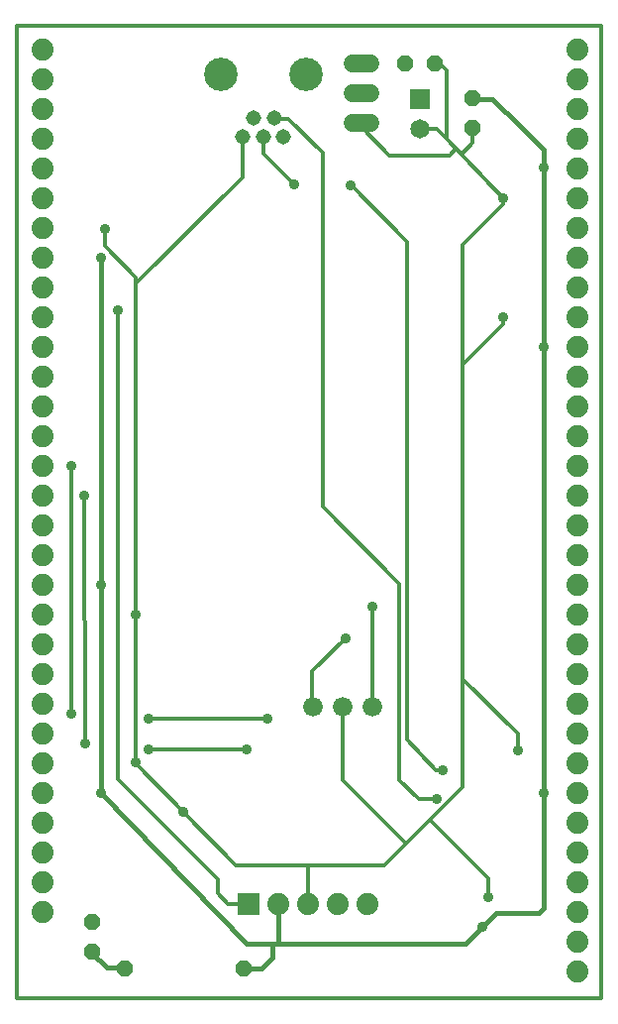
<source format=gbl>
G75*
G70*
%OFA0B0*%
%FSLAX24Y24*%
%IPPOS*%
%LPD*%
%AMOC8*
5,1,8,0,0,1.08239X$1,22.5*
%
%ADD10C,0.0120*%
%ADD11C,0.0660*%
%ADD12C,0.0600*%
%ADD13OC8,0.0520*%
%ADD14R,0.0650X0.0650*%
%ADD15C,0.0650*%
%ADD16C,0.0515*%
%ADD17C,0.1122*%
%ADD18R,0.0740X0.0740*%
%ADD19C,0.0740*%
%ADD20C,0.0356*%
%ADD21C,0.0160*%
%ADD22C,0.0742*%
D10*
X000168Y000170D02*
X019853Y000170D01*
X019853Y032847D01*
X000168Y032847D01*
X000168Y000170D01*
X006960Y004166D02*
X003594Y007532D01*
X003594Y023300D01*
X004184Y024186D02*
X007767Y027769D01*
X007767Y029127D01*
X008475Y029127D02*
X008475Y028576D01*
X008475Y028556D02*
X009519Y027513D01*
X010464Y028595D02*
X010464Y016686D01*
X013062Y014087D01*
X013062Y007493D01*
X013712Y006843D01*
X014302Y006843D01*
X014086Y006154D02*
X013279Y005347D01*
X012550Y004619D01*
X009971Y004619D01*
X009971Y003320D01*
X009971Y004619D02*
X007550Y004619D01*
X004184Y008064D01*
X004184Y013044D01*
X004184Y024186D01*
X004184Y024402D01*
X003141Y025446D01*
X003141Y026036D01*
X001999Y018044D02*
X001999Y009698D01*
X002471Y008733D02*
X002452Y017060D01*
X004617Y009540D02*
X008613Y009540D01*
X007905Y008536D02*
X004617Y008536D01*
X006960Y004166D02*
X006960Y003674D01*
X007294Y003339D01*
X007964Y003339D01*
X011133Y007493D02*
X013279Y005347D01*
X013259Y005347D01*
X014086Y006154D02*
X016054Y004186D01*
X016054Y003556D01*
X014086Y006154D02*
X015188Y007257D01*
X015188Y010898D01*
X017038Y009048D01*
X017038Y008477D01*
X015188Y010898D02*
X015188Y021469D01*
X016546Y022828D01*
X016546Y023044D01*
X015188Y021469D02*
X015188Y025485D01*
X016546Y026843D01*
X016546Y027040D01*
X014637Y029068D01*
X014637Y031371D01*
X014420Y031587D01*
X014204Y031587D01*
X014322Y029383D02*
X013731Y029383D01*
X014322Y029383D02*
X014657Y029048D01*
X014952Y028713D02*
X014735Y028497D01*
X012727Y028497D01*
X011802Y029422D01*
X011802Y029580D01*
X010464Y028595D02*
X009322Y029737D01*
X008830Y029737D01*
X011409Y027513D02*
X013318Y025603D01*
X013318Y008851D01*
X014263Y007808D01*
X014499Y007808D01*
X012137Y010032D02*
X012137Y013339D01*
X011231Y012257D02*
X010129Y011154D01*
X010129Y009954D01*
X011133Y009934D02*
X011133Y007493D01*
X015149Y028536D02*
X015523Y028910D01*
X015523Y029402D01*
D11*
X012133Y009973D03*
X011133Y009973D03*
X010133Y009973D03*
D12*
X011490Y029587D02*
X012090Y029587D01*
X012090Y030587D02*
X011490Y030587D01*
X011490Y031587D02*
X012090Y031587D01*
D13*
X013231Y031595D03*
X014231Y031595D03*
X015527Y030410D03*
X015527Y029410D03*
X002716Y002717D03*
X002716Y001717D03*
X003798Y001162D03*
X007798Y001162D03*
D14*
X013731Y030391D03*
D15*
X013731Y029391D03*
D16*
X009141Y029125D03*
X008831Y029745D03*
X008471Y029125D03*
X008141Y029745D03*
X007771Y029125D03*
D17*
X007034Y031225D03*
X009909Y031225D03*
D18*
X007975Y003333D03*
D19*
X008975Y003333D03*
X009975Y003333D03*
X010975Y003333D03*
X011975Y003333D03*
D20*
X014302Y006843D03*
X014499Y007808D03*
X017038Y008477D03*
X017924Y007060D03*
X016054Y003556D03*
X015857Y002572D03*
X011231Y012257D03*
X012137Y013339D03*
X008613Y009540D03*
X007905Y008536D03*
X005779Y006410D03*
X004617Y008536D03*
X004184Y008083D03*
X004617Y009540D03*
X003003Y007060D03*
X002471Y008733D03*
X001999Y009717D03*
X004184Y013044D03*
X003003Y014068D03*
X002452Y017060D03*
X001999Y018044D03*
X003594Y023280D03*
X003003Y025052D03*
X003141Y026036D03*
X009519Y027513D03*
X011409Y027493D03*
X016546Y027040D03*
X017905Y028083D03*
X016546Y023044D03*
X017924Y022060D03*
D21*
X017905Y028064D02*
X017905Y028083D01*
X017905Y028674D01*
X016664Y029914D01*
X016625Y029954D01*
X016172Y030406D01*
X015523Y030406D01*
X017905Y028064D02*
X017924Y003359D01*
X017924Y003339D02*
X017924Y003202D01*
X017747Y003024D01*
X016310Y003024D01*
X015857Y002572D01*
X015286Y002001D01*
X008968Y002001D01*
X008968Y003339D01*
X008968Y002001D02*
X008790Y002001D01*
X008790Y001528D01*
X008416Y001154D01*
X008397Y001154D02*
X007806Y001154D01*
X007924Y002001D02*
X003003Y007040D01*
X003003Y025052D01*
X007924Y002001D02*
X008790Y002001D01*
X003810Y001174D02*
X003220Y001174D01*
X002688Y001706D01*
D22*
X001042Y003065D03*
X001042Y004065D03*
X001042Y005065D03*
X001042Y006065D03*
X001042Y007065D03*
X001042Y008065D03*
X001042Y009065D03*
X001042Y010065D03*
X001042Y011065D03*
X001042Y012065D03*
X001042Y013065D03*
X001042Y014065D03*
X001042Y015065D03*
X001042Y016065D03*
X001042Y017065D03*
X001042Y018065D03*
X001042Y019065D03*
X001042Y020065D03*
X001042Y021065D03*
X001042Y022065D03*
X001042Y023065D03*
X001042Y024065D03*
X001042Y025065D03*
X001042Y026065D03*
X001042Y027065D03*
X001042Y028065D03*
X001042Y029065D03*
X001042Y030065D03*
X001042Y031065D03*
X001042Y032065D03*
X019042Y032065D03*
X019042Y031065D03*
X019042Y030065D03*
X019042Y029065D03*
X019042Y028065D03*
X019042Y027065D03*
X019042Y026065D03*
X019042Y025065D03*
X019042Y024065D03*
X019042Y023065D03*
X019042Y022065D03*
X019042Y021065D03*
X019042Y020065D03*
X019042Y019065D03*
X019042Y018065D03*
X019042Y017065D03*
X019042Y016065D03*
X019042Y015065D03*
X019042Y014065D03*
X019042Y013065D03*
X019042Y012065D03*
X019042Y011065D03*
X019042Y010065D03*
X019042Y009065D03*
X019042Y008065D03*
X019042Y007065D03*
X019042Y006065D03*
X019042Y005065D03*
X019042Y004065D03*
X019042Y003065D03*
X019042Y002065D03*
X019042Y001065D03*
M02*

</source>
